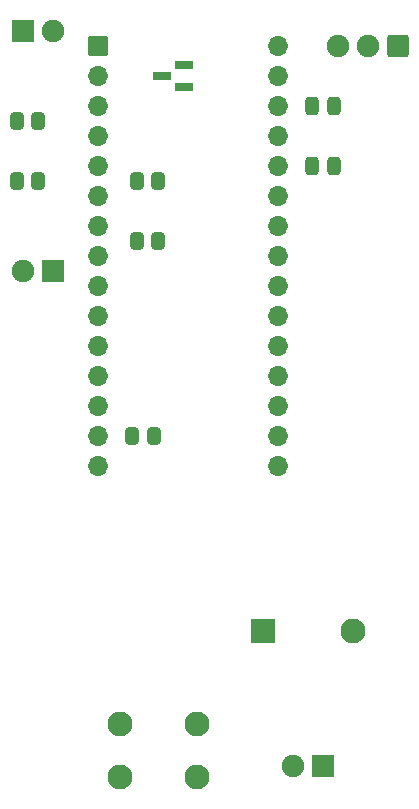
<source format=gts>
G04 #@! TF.GenerationSoftware,KiCad,Pcbnew,6.0.1-79c1e3a40b~116~ubuntu20.04.1*
G04 #@! TF.CreationDate,2022-02-01T23:26:21-08:00*
G04 #@! TF.ProjectId,Laser_Tag,4c617365-725f-4546-9167-2e6b69636164,2-1-22*
G04 #@! TF.SameCoordinates,Original*
G04 #@! TF.FileFunction,Soldermask,Top*
G04 #@! TF.FilePolarity,Negative*
%FSLAX46Y46*%
G04 Gerber Fmt 4.6, Leading zero omitted, Abs format (unit mm)*
G04 Created by KiCad (PCBNEW 6.0.1-79c1e3a40b~116~ubuntu20.04.1) date 2022-02-01 23:26:21*
%MOMM*%
%LPD*%
G01*
G04 APERTURE LIST*
G04 Aperture macros list*
%AMRoundRect*
0 Rectangle with rounded corners*
0 $1 Rounding radius*
0 $2 $3 $4 $5 $6 $7 $8 $9 X,Y pos of 4 corners*
0 Add a 4 corners polygon primitive as box body*
4,1,4,$2,$3,$4,$5,$6,$7,$8,$9,$2,$3,0*
0 Add four circle primitives for the rounded corners*
1,1,$1+$1,$2,$3*
1,1,$1+$1,$4,$5*
1,1,$1+$1,$6,$7*
1,1,$1+$1,$8,$9*
0 Add four rect primitives between the rounded corners*
20,1,$1+$1,$2,$3,$4,$5,0*
20,1,$1+$1,$4,$5,$6,$7,0*
20,1,$1+$1,$6,$7,$8,$9,0*
20,1,$1+$1,$8,$9,$2,$3,0*%
G04 Aperture macros list end*
%ADD10RoundRect,0.301000X-0.250000X-0.475000X0.250000X-0.475000X0.250000X0.475000X-0.250000X0.475000X0*%
%ADD11C,2.102000*%
%ADD12RoundRect,0.301000X-0.262500X-0.450000X0.262500X-0.450000X0.262500X0.450000X-0.262500X0.450000X0*%
%ADD13RoundRect,0.301000X0.262500X0.450000X-0.262500X0.450000X-0.262500X-0.450000X0.262500X-0.450000X0*%
%ADD14RoundRect,0.201000X0.587500X0.150000X-0.587500X0.150000X-0.587500X-0.150000X0.587500X-0.150000X0*%
%ADD15RoundRect,0.051000X-0.800000X-0.800000X0.800000X-0.800000X0.800000X0.800000X-0.800000X0.800000X0*%
%ADD16O,1.702000X1.702000*%
%ADD17RoundRect,0.051000X-1.000000X-1.000000X1.000000X-1.000000X1.000000X1.000000X-1.000000X1.000000X0*%
%ADD18RoundRect,0.301200X0.649800X0.649800X-0.649800X0.649800X-0.649800X-0.649800X0.649800X-0.649800X0*%
%ADD19C,1.902000*%
%ADD20RoundRect,0.051000X0.900000X0.900000X-0.900000X0.900000X-0.900000X-0.900000X0.900000X-0.900000X0*%
%ADD21RoundRect,0.051000X-0.900000X-0.900000X0.900000X-0.900000X0.900000X0.900000X-0.900000X0.900000X0*%
G04 APERTURE END LIST*
D10*
X129860000Y-95250000D03*
X131760000Y-95250000D03*
D11*
X113590000Y-142530000D03*
X120090000Y-142530000D03*
X113590000Y-147030000D03*
X120090000Y-147030000D03*
D12*
X104855000Y-91440000D03*
X106680000Y-91440000D03*
D13*
X116840000Y-101600000D03*
X115015000Y-101600000D03*
D14*
X119047500Y-88580000D03*
X119047500Y-86680000D03*
X117172500Y-87630000D03*
D15*
X111760000Y-85090000D03*
D16*
X111760000Y-87630000D03*
X111760000Y-90170000D03*
X111760000Y-92710000D03*
X111760000Y-95250000D03*
X111760000Y-97790000D03*
X111760000Y-100330000D03*
X111760000Y-102870000D03*
X111760000Y-105410000D03*
X111760000Y-107950000D03*
X111760000Y-110490000D03*
X111760000Y-113030000D03*
X111760000Y-115570000D03*
X111760000Y-118110000D03*
X111760000Y-120650000D03*
X127000000Y-120650000D03*
X127000000Y-118110000D03*
X127000000Y-115570000D03*
X127000000Y-113030000D03*
X127000000Y-110490000D03*
X127000000Y-107950000D03*
X127000000Y-105410000D03*
X127000000Y-102870000D03*
X127000000Y-100330000D03*
X127000000Y-97790000D03*
X127000000Y-95250000D03*
X127000000Y-92710000D03*
X127000000Y-90170000D03*
X127000000Y-87630000D03*
X127000000Y-85090000D03*
D10*
X129860000Y-90170000D03*
X131760000Y-90170000D03*
D17*
X125740000Y-134620000D03*
D11*
X133340000Y-134620000D03*
D13*
X116482500Y-118110000D03*
X114657500Y-118110000D03*
X106680000Y-96520000D03*
X104855000Y-96520000D03*
D18*
X137160000Y-85090000D03*
D19*
X134620000Y-85090000D03*
X132080000Y-85090000D03*
D20*
X130810000Y-146050000D03*
D19*
X128270000Y-146050000D03*
D13*
X116840000Y-96520000D03*
X115015000Y-96520000D03*
D20*
X107950000Y-104140000D03*
D19*
X105410000Y-104140000D03*
D21*
X105410000Y-83820000D03*
D19*
X107950000Y-83820000D03*
M02*

</source>
